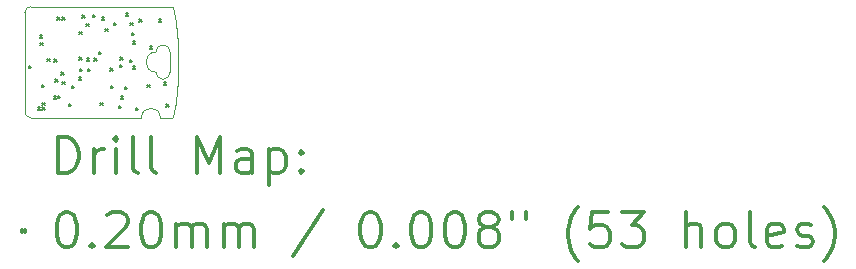
<source format=gbr>
%FSLAX45Y45*%
G04 Gerber Fmt 4.5, Leading zero omitted, Abs format (unit mm)*
G04 Created by KiCad (PCBNEW (5.0.0)) date 11/20/18 23:47:46*
%MOMM*%
%LPD*%
G01*
G04 APERTURE LIST*
%ADD10C,0.010000*%
%ADD11C,0.050000*%
%ADD12C,0.200000*%
%ADD13C,0.300000*%
G04 APERTURE END LIST*
D10*
X2932500Y-2265000D02*
G75*
G02X2812500Y-2265000I-60000J0D01*
G01*
X2932500Y-2095000D02*
G75*
G03X2812500Y-2095000I-60000J0D01*
G01*
X2812500Y-2095000D02*
G75*
G03X2812500Y-2265000I0J-85000D01*
G01*
D11*
X2850000Y-2650000D02*
G75*
G03X2690000Y-2650000I-80000J0D01*
G01*
X2850000Y-2650000D02*
X2952500Y-2650000D01*
D10*
X2932500Y-2095000D02*
X2932500Y-2265000D01*
D11*
X1752500Y-1710000D02*
G75*
G03X1702500Y-1760000I0J-50000D01*
G01*
X1702500Y-2600000D02*
G75*
G03X1752500Y-2650000I50000J0D01*
G01*
X1702500Y-1760000D02*
X1702500Y-2600000D01*
X2952500Y-1710000D02*
X1752500Y-1710000D01*
X1752500Y-2650000D02*
X2690000Y-2650000D01*
X3002500Y-2180000D02*
X3002500Y-2167000D01*
X3002500Y-2167000D02*
X3002500Y-2153000D01*
X3002500Y-2153000D02*
X3002500Y-2140000D01*
X3002500Y-2140000D02*
X3002500Y-2126000D01*
X3002500Y-2126000D02*
X3001500Y-2113000D01*
X3001500Y-2113000D02*
X3001500Y-2099000D01*
X3001500Y-2099000D02*
X3001500Y-2086000D01*
X3001500Y-2086000D02*
X3000500Y-2073000D01*
X3000500Y-2073000D02*
X3000500Y-2059000D01*
X3000500Y-2059000D02*
X2999500Y-2046000D01*
X2999500Y-2046000D02*
X2998500Y-2033000D01*
X2998500Y-2033000D02*
X2998500Y-2020000D01*
X2998500Y-2020000D02*
X2997500Y-2007000D01*
X2997500Y-2007000D02*
X2996500Y-1995000D01*
X2996500Y-1995000D02*
X2995500Y-1982000D01*
X2995500Y-1982000D02*
X2994500Y-1970000D01*
X2994500Y-1970000D02*
X2993500Y-1957000D01*
X2993500Y-1957000D02*
X2992500Y-1945000D01*
X2992500Y-1945000D02*
X2991500Y-1933000D01*
X2991500Y-1933000D02*
X2990500Y-1921000D01*
X2990500Y-1921000D02*
X2989500Y-1909000D01*
X2989500Y-1909000D02*
X2988500Y-1897000D01*
X2988500Y-1897000D02*
X2986500Y-1886000D01*
X2986500Y-1886000D02*
X2985500Y-1874000D01*
X2985500Y-1874000D02*
X2984500Y-1863000D01*
X2984500Y-1863000D02*
X2982500Y-1852000D01*
X2982500Y-1852000D02*
X2981500Y-1842000D01*
X2981500Y-1842000D02*
X2979500Y-1831000D01*
X2979500Y-1831000D02*
X2978500Y-1821000D01*
X2978500Y-1821000D02*
X2976500Y-1811000D01*
X2976500Y-1811000D02*
X2974500Y-1801000D01*
X2974500Y-1801000D02*
X2973500Y-1791000D01*
X2973500Y-1791000D02*
X2971500Y-1782000D01*
X2971500Y-1782000D02*
X2969500Y-1772000D01*
X2969500Y-1772000D02*
X2967500Y-1764000D01*
X2967500Y-1764000D02*
X2965500Y-1755000D01*
X2965500Y-1755000D02*
X2964500Y-1746000D01*
X2964500Y-1746000D02*
X2962500Y-1738000D01*
X2962500Y-1738000D02*
X2960500Y-1730000D01*
X2960500Y-1730000D02*
X2958500Y-1723000D01*
X2958500Y-1723000D02*
X2955500Y-1715000D01*
X2955500Y-1715000D02*
X2952500Y-1710000D01*
X2952500Y-2650000D02*
X2955500Y-2645000D01*
X2955500Y-2645000D02*
X2958500Y-2637000D01*
X2958500Y-2637000D02*
X2960500Y-2630000D01*
X2960500Y-2630000D02*
X2962500Y-2622000D01*
X2962500Y-2622000D02*
X2964500Y-2614000D01*
X2964500Y-2614000D02*
X2965500Y-2605000D01*
X2965500Y-2605000D02*
X2967500Y-2596000D01*
X2967500Y-2596000D02*
X2969500Y-2588000D01*
X2969500Y-2588000D02*
X2971500Y-2578000D01*
X2971500Y-2578000D02*
X2973500Y-2569000D01*
X2973500Y-2569000D02*
X2974500Y-2559000D01*
X2974500Y-2559000D02*
X2976500Y-2549000D01*
X2976500Y-2549000D02*
X2978500Y-2539000D01*
X2978500Y-2539000D02*
X2979500Y-2529000D01*
X2979500Y-2529000D02*
X2981500Y-2518000D01*
X2981500Y-2518000D02*
X2982500Y-2508000D01*
X2982500Y-2508000D02*
X2984500Y-2497000D01*
X2984500Y-2497000D02*
X2985500Y-2486000D01*
X2985500Y-2486000D02*
X2986500Y-2474000D01*
X2986500Y-2474000D02*
X2988500Y-2463000D01*
X2988500Y-2463000D02*
X2989500Y-2451000D01*
X2989500Y-2451000D02*
X2990500Y-2439000D01*
X2990500Y-2439000D02*
X2991500Y-2427000D01*
X2991500Y-2427000D02*
X2992500Y-2415000D01*
X2992500Y-2415000D02*
X2993500Y-2403000D01*
X2993500Y-2403000D02*
X2994500Y-2390000D01*
X2994500Y-2390000D02*
X2995500Y-2378000D01*
X2995500Y-2378000D02*
X2996500Y-2365000D01*
X2996500Y-2365000D02*
X2997500Y-2353000D01*
X2997500Y-2353000D02*
X2998500Y-2340000D01*
X2998500Y-2340000D02*
X2998500Y-2327000D01*
X2998500Y-2327000D02*
X2999500Y-2314000D01*
X2999500Y-2314000D02*
X3000500Y-2301000D01*
X3000500Y-2301000D02*
X3000500Y-2287000D01*
X3000500Y-2287000D02*
X3001500Y-2274000D01*
X3001500Y-2274000D02*
X3001500Y-2261000D01*
X3001500Y-2261000D02*
X3001500Y-2247000D01*
X3001500Y-2247000D02*
X3002500Y-2234000D01*
X3002500Y-2234000D02*
X3002500Y-2220000D01*
X3002500Y-2220000D02*
X3002500Y-2207000D01*
X3002500Y-2207000D02*
X3002500Y-2193000D01*
X3002500Y-2193000D02*
X3002500Y-2180000D01*
D12*
X1735000Y-2212500D02*
X1755000Y-2232500D01*
X1755000Y-2212500D02*
X1735000Y-2232500D01*
X1810000Y-2562500D02*
X1830000Y-2582500D01*
X1830000Y-2562500D02*
X1810000Y-2582500D01*
X1830000Y-1952500D02*
X1850000Y-1972500D01*
X1850000Y-1952500D02*
X1830000Y-1972500D01*
X1832500Y-2017500D02*
X1852500Y-2037500D01*
X1852500Y-2017500D02*
X1832500Y-2037500D01*
X1848000Y-2372500D02*
X1868000Y-2392500D01*
X1868000Y-2372500D02*
X1848000Y-2392500D01*
X1850000Y-2522500D02*
X1870000Y-2542500D01*
X1870000Y-2522500D02*
X1850000Y-2542500D01*
X1850000Y-2562500D02*
X1870000Y-2582500D01*
X1870000Y-2562500D02*
X1850000Y-2582500D01*
X1892500Y-2152500D02*
X1912500Y-2172500D01*
X1912500Y-2152500D02*
X1892500Y-2172500D01*
X1946000Y-2469500D02*
X1966000Y-2489500D01*
X1966000Y-2469500D02*
X1946000Y-2489500D01*
X1952500Y-2155000D02*
X1972500Y-2175000D01*
X1972500Y-2155000D02*
X1952500Y-2175000D01*
X1960000Y-2324500D02*
X1980000Y-2344500D01*
X1980000Y-2324500D02*
X1960000Y-2344500D01*
X1977500Y-1800000D02*
X1997500Y-1820000D01*
X1997500Y-1800000D02*
X1977500Y-1820000D01*
X1982000Y-2466500D02*
X2002000Y-2486500D01*
X2002000Y-2466500D02*
X1982000Y-2486500D01*
X2012500Y-2267500D02*
X2032500Y-2287500D01*
X2032500Y-2267500D02*
X2012500Y-2287500D01*
X2020000Y-1800000D02*
X2040000Y-1820000D01*
X2040000Y-1800000D02*
X2020000Y-1820000D01*
X2020000Y-2347500D02*
X2040000Y-2367500D01*
X2040000Y-2347500D02*
X2020000Y-2367500D01*
X2077500Y-2532500D02*
X2097500Y-2552500D01*
X2097500Y-2532500D02*
X2077500Y-2552500D01*
X2100000Y-2380000D02*
X2120000Y-2400000D01*
X2120000Y-2380000D02*
X2100000Y-2400000D01*
X2160000Y-2310000D02*
X2180000Y-2330000D01*
X2180000Y-2310000D02*
X2160000Y-2330000D01*
X2162500Y-2140000D02*
X2182500Y-2160000D01*
X2182500Y-2140000D02*
X2162500Y-2160000D01*
X2165000Y-1922500D02*
X2185000Y-1942500D01*
X2185000Y-1922500D02*
X2165000Y-1942500D01*
X2170000Y-2235000D02*
X2190000Y-2255000D01*
X2190000Y-2235000D02*
X2170000Y-2255000D01*
X2190000Y-1782500D02*
X2210000Y-1802500D01*
X2210000Y-1782500D02*
X2190000Y-1802500D01*
X2224000Y-1858500D02*
X2244000Y-1878500D01*
X2244000Y-1858500D02*
X2224000Y-1878500D01*
X2230000Y-2147500D02*
X2250000Y-2167500D01*
X2250000Y-2147500D02*
X2230000Y-2167500D01*
X2235000Y-2237500D02*
X2255000Y-2257500D01*
X2255000Y-2237500D02*
X2235000Y-2257500D01*
X2278000Y-1779500D02*
X2298000Y-1799500D01*
X2298000Y-1779500D02*
X2278000Y-1799500D01*
X2290000Y-2147500D02*
X2310000Y-2167500D01*
X2310000Y-2147500D02*
X2290000Y-2167500D01*
X2327500Y-2095000D02*
X2347500Y-2115000D01*
X2347500Y-2095000D02*
X2327500Y-2115000D01*
X2342500Y-2527500D02*
X2362500Y-2547500D01*
X2362500Y-2527500D02*
X2342500Y-2547500D01*
X2355000Y-1799500D02*
X2375000Y-1819500D01*
X2375000Y-1799500D02*
X2355000Y-1819500D01*
X2383000Y-1899500D02*
X2403000Y-1919500D01*
X2403000Y-1899500D02*
X2383000Y-1919500D01*
X2425000Y-2232500D02*
X2445000Y-2252500D01*
X2445000Y-2232500D02*
X2425000Y-2252500D01*
X2430000Y-2380000D02*
X2450000Y-2400000D01*
X2450000Y-2380000D02*
X2430000Y-2400000D01*
X2455000Y-1847500D02*
X2475000Y-1867500D01*
X2475000Y-1847500D02*
X2455000Y-1867500D01*
X2497500Y-2552500D02*
X2517500Y-2572500D01*
X2517500Y-2552500D02*
X2497500Y-2572500D01*
X2505000Y-2205000D02*
X2525000Y-2225000D01*
X2525000Y-2205000D02*
X2505000Y-2225000D01*
X2510000Y-2140000D02*
X2530000Y-2160000D01*
X2530000Y-2140000D02*
X2510000Y-2160000D01*
X2517500Y-2470000D02*
X2537500Y-2490000D01*
X2537500Y-2470000D02*
X2517500Y-2490000D01*
X2547500Y-2387500D02*
X2567500Y-2407500D01*
X2567500Y-2387500D02*
X2547500Y-2407500D01*
X2555000Y-1767500D02*
X2575000Y-1787500D01*
X2575000Y-1767500D02*
X2555000Y-1787500D01*
X2592500Y-2160000D02*
X2612500Y-2180000D01*
X2612500Y-2160000D02*
X2592500Y-2180000D01*
X2595000Y-1847500D02*
X2615000Y-1867500D01*
X2615000Y-1847500D02*
X2595000Y-1867500D01*
X2607000Y-1932500D02*
X2627000Y-1952500D01*
X2627000Y-1932500D02*
X2607000Y-1952500D01*
X2616000Y-2005500D02*
X2636000Y-2025500D01*
X2636000Y-2005500D02*
X2616000Y-2025500D01*
X2617500Y-2215000D02*
X2637500Y-2235000D01*
X2637500Y-2215000D02*
X2617500Y-2235000D01*
X2642500Y-2565000D02*
X2662500Y-2585000D01*
X2662500Y-2565000D02*
X2642500Y-2585000D01*
X2672500Y-1817500D02*
X2692500Y-1837500D01*
X2692500Y-1817500D02*
X2672500Y-1837500D01*
X2740000Y-2372500D02*
X2760000Y-2392500D01*
X2760000Y-2372500D02*
X2740000Y-2392500D01*
X2760000Y-2045000D02*
X2780000Y-2065000D01*
X2780000Y-2045000D02*
X2760000Y-2065000D01*
X2835000Y-1817500D02*
X2855000Y-1837500D01*
X2855000Y-1817500D02*
X2835000Y-1837500D01*
X2880000Y-2352500D02*
X2900000Y-2372500D01*
X2900000Y-2352500D02*
X2880000Y-2372500D01*
X2901000Y-2538500D02*
X2921000Y-2558500D01*
X2921000Y-2538500D02*
X2901000Y-2558500D01*
D13*
X1986428Y-3118214D02*
X1986428Y-2818214D01*
X2057857Y-2818214D01*
X2100714Y-2832500D01*
X2129286Y-2861071D01*
X2143571Y-2889643D01*
X2157857Y-2946786D01*
X2157857Y-2989643D01*
X2143571Y-3046786D01*
X2129286Y-3075357D01*
X2100714Y-3103929D01*
X2057857Y-3118214D01*
X1986428Y-3118214D01*
X2286428Y-3118214D02*
X2286428Y-2918214D01*
X2286428Y-2975357D02*
X2300714Y-2946786D01*
X2315000Y-2932500D01*
X2343571Y-2918214D01*
X2372143Y-2918214D01*
X2472143Y-3118214D02*
X2472143Y-2918214D01*
X2472143Y-2818214D02*
X2457857Y-2832500D01*
X2472143Y-2846786D01*
X2486428Y-2832500D01*
X2472143Y-2818214D01*
X2472143Y-2846786D01*
X2657857Y-3118214D02*
X2629286Y-3103929D01*
X2615000Y-3075357D01*
X2615000Y-2818214D01*
X2815000Y-3118214D02*
X2786428Y-3103929D01*
X2772143Y-3075357D01*
X2772143Y-2818214D01*
X3157857Y-3118214D02*
X3157857Y-2818214D01*
X3257857Y-3032500D01*
X3357857Y-2818214D01*
X3357857Y-3118214D01*
X3629286Y-3118214D02*
X3629286Y-2961071D01*
X3615000Y-2932500D01*
X3586428Y-2918214D01*
X3529286Y-2918214D01*
X3500714Y-2932500D01*
X3629286Y-3103929D02*
X3600714Y-3118214D01*
X3529286Y-3118214D01*
X3500714Y-3103929D01*
X3486428Y-3075357D01*
X3486428Y-3046786D01*
X3500714Y-3018214D01*
X3529286Y-3003929D01*
X3600714Y-3003929D01*
X3629286Y-2989643D01*
X3772143Y-2918214D02*
X3772143Y-3218214D01*
X3772143Y-2932500D02*
X3800714Y-2918214D01*
X3857857Y-2918214D01*
X3886428Y-2932500D01*
X3900714Y-2946786D01*
X3915000Y-2975357D01*
X3915000Y-3061071D01*
X3900714Y-3089643D01*
X3886428Y-3103929D01*
X3857857Y-3118214D01*
X3800714Y-3118214D01*
X3772143Y-3103929D01*
X4043571Y-3089643D02*
X4057857Y-3103929D01*
X4043571Y-3118214D01*
X4029286Y-3103929D01*
X4043571Y-3089643D01*
X4043571Y-3118214D01*
X4043571Y-2932500D02*
X4057857Y-2946786D01*
X4043571Y-2961071D01*
X4029286Y-2946786D01*
X4043571Y-2932500D01*
X4043571Y-2961071D01*
X1680000Y-3602500D02*
X1700000Y-3622500D01*
X1700000Y-3602500D02*
X1680000Y-3622500D01*
X2043571Y-3448214D02*
X2072143Y-3448214D01*
X2100714Y-3462500D01*
X2115000Y-3476786D01*
X2129286Y-3505357D01*
X2143571Y-3562500D01*
X2143571Y-3633929D01*
X2129286Y-3691071D01*
X2115000Y-3719643D01*
X2100714Y-3733929D01*
X2072143Y-3748214D01*
X2043571Y-3748214D01*
X2015000Y-3733929D01*
X2000714Y-3719643D01*
X1986428Y-3691071D01*
X1972143Y-3633929D01*
X1972143Y-3562500D01*
X1986428Y-3505357D01*
X2000714Y-3476786D01*
X2015000Y-3462500D01*
X2043571Y-3448214D01*
X2272143Y-3719643D02*
X2286428Y-3733929D01*
X2272143Y-3748214D01*
X2257857Y-3733929D01*
X2272143Y-3719643D01*
X2272143Y-3748214D01*
X2400714Y-3476786D02*
X2415000Y-3462500D01*
X2443571Y-3448214D01*
X2515000Y-3448214D01*
X2543571Y-3462500D01*
X2557857Y-3476786D01*
X2572143Y-3505357D01*
X2572143Y-3533929D01*
X2557857Y-3576786D01*
X2386428Y-3748214D01*
X2572143Y-3748214D01*
X2757857Y-3448214D02*
X2786428Y-3448214D01*
X2815000Y-3462500D01*
X2829286Y-3476786D01*
X2843571Y-3505357D01*
X2857857Y-3562500D01*
X2857857Y-3633929D01*
X2843571Y-3691071D01*
X2829286Y-3719643D01*
X2815000Y-3733929D01*
X2786428Y-3748214D01*
X2757857Y-3748214D01*
X2729286Y-3733929D01*
X2715000Y-3719643D01*
X2700714Y-3691071D01*
X2686428Y-3633929D01*
X2686428Y-3562500D01*
X2700714Y-3505357D01*
X2715000Y-3476786D01*
X2729286Y-3462500D01*
X2757857Y-3448214D01*
X2986428Y-3748214D02*
X2986428Y-3548214D01*
X2986428Y-3576786D02*
X3000714Y-3562500D01*
X3029286Y-3548214D01*
X3072143Y-3548214D01*
X3100714Y-3562500D01*
X3115000Y-3591071D01*
X3115000Y-3748214D01*
X3115000Y-3591071D02*
X3129286Y-3562500D01*
X3157857Y-3548214D01*
X3200714Y-3548214D01*
X3229286Y-3562500D01*
X3243571Y-3591071D01*
X3243571Y-3748214D01*
X3386428Y-3748214D02*
X3386428Y-3548214D01*
X3386428Y-3576786D02*
X3400714Y-3562500D01*
X3429286Y-3548214D01*
X3472143Y-3548214D01*
X3500714Y-3562500D01*
X3515000Y-3591071D01*
X3515000Y-3748214D01*
X3515000Y-3591071D02*
X3529286Y-3562500D01*
X3557857Y-3548214D01*
X3600714Y-3548214D01*
X3629286Y-3562500D01*
X3643571Y-3591071D01*
X3643571Y-3748214D01*
X4229286Y-3433929D02*
X3972143Y-3819643D01*
X4615000Y-3448214D02*
X4643571Y-3448214D01*
X4672143Y-3462500D01*
X4686428Y-3476786D01*
X4700714Y-3505357D01*
X4715000Y-3562500D01*
X4715000Y-3633929D01*
X4700714Y-3691071D01*
X4686428Y-3719643D01*
X4672143Y-3733929D01*
X4643571Y-3748214D01*
X4615000Y-3748214D01*
X4586428Y-3733929D01*
X4572143Y-3719643D01*
X4557857Y-3691071D01*
X4543571Y-3633929D01*
X4543571Y-3562500D01*
X4557857Y-3505357D01*
X4572143Y-3476786D01*
X4586428Y-3462500D01*
X4615000Y-3448214D01*
X4843571Y-3719643D02*
X4857857Y-3733929D01*
X4843571Y-3748214D01*
X4829286Y-3733929D01*
X4843571Y-3719643D01*
X4843571Y-3748214D01*
X5043571Y-3448214D02*
X5072143Y-3448214D01*
X5100714Y-3462500D01*
X5115000Y-3476786D01*
X5129286Y-3505357D01*
X5143571Y-3562500D01*
X5143571Y-3633929D01*
X5129286Y-3691071D01*
X5115000Y-3719643D01*
X5100714Y-3733929D01*
X5072143Y-3748214D01*
X5043571Y-3748214D01*
X5015000Y-3733929D01*
X5000714Y-3719643D01*
X4986428Y-3691071D01*
X4972143Y-3633929D01*
X4972143Y-3562500D01*
X4986428Y-3505357D01*
X5000714Y-3476786D01*
X5015000Y-3462500D01*
X5043571Y-3448214D01*
X5329286Y-3448214D02*
X5357857Y-3448214D01*
X5386428Y-3462500D01*
X5400714Y-3476786D01*
X5415000Y-3505357D01*
X5429286Y-3562500D01*
X5429286Y-3633929D01*
X5415000Y-3691071D01*
X5400714Y-3719643D01*
X5386428Y-3733929D01*
X5357857Y-3748214D01*
X5329286Y-3748214D01*
X5300714Y-3733929D01*
X5286428Y-3719643D01*
X5272143Y-3691071D01*
X5257857Y-3633929D01*
X5257857Y-3562500D01*
X5272143Y-3505357D01*
X5286428Y-3476786D01*
X5300714Y-3462500D01*
X5329286Y-3448214D01*
X5600714Y-3576786D02*
X5572143Y-3562500D01*
X5557857Y-3548214D01*
X5543571Y-3519643D01*
X5543571Y-3505357D01*
X5557857Y-3476786D01*
X5572143Y-3462500D01*
X5600714Y-3448214D01*
X5657857Y-3448214D01*
X5686428Y-3462500D01*
X5700714Y-3476786D01*
X5715000Y-3505357D01*
X5715000Y-3519643D01*
X5700714Y-3548214D01*
X5686428Y-3562500D01*
X5657857Y-3576786D01*
X5600714Y-3576786D01*
X5572143Y-3591071D01*
X5557857Y-3605357D01*
X5543571Y-3633929D01*
X5543571Y-3691071D01*
X5557857Y-3719643D01*
X5572143Y-3733929D01*
X5600714Y-3748214D01*
X5657857Y-3748214D01*
X5686428Y-3733929D01*
X5700714Y-3719643D01*
X5715000Y-3691071D01*
X5715000Y-3633929D01*
X5700714Y-3605357D01*
X5686428Y-3591071D01*
X5657857Y-3576786D01*
X5829286Y-3448214D02*
X5829286Y-3505357D01*
X5943571Y-3448214D02*
X5943571Y-3505357D01*
X6386428Y-3862500D02*
X6372143Y-3848214D01*
X6343571Y-3805357D01*
X6329286Y-3776786D01*
X6315000Y-3733929D01*
X6300714Y-3662500D01*
X6300714Y-3605357D01*
X6315000Y-3533929D01*
X6329286Y-3491071D01*
X6343571Y-3462500D01*
X6372143Y-3419643D01*
X6386428Y-3405357D01*
X6643571Y-3448214D02*
X6500714Y-3448214D01*
X6486428Y-3591071D01*
X6500714Y-3576786D01*
X6529286Y-3562500D01*
X6600714Y-3562500D01*
X6629286Y-3576786D01*
X6643571Y-3591071D01*
X6657857Y-3619643D01*
X6657857Y-3691071D01*
X6643571Y-3719643D01*
X6629286Y-3733929D01*
X6600714Y-3748214D01*
X6529286Y-3748214D01*
X6500714Y-3733929D01*
X6486428Y-3719643D01*
X6757857Y-3448214D02*
X6943571Y-3448214D01*
X6843571Y-3562500D01*
X6886428Y-3562500D01*
X6915000Y-3576786D01*
X6929286Y-3591071D01*
X6943571Y-3619643D01*
X6943571Y-3691071D01*
X6929286Y-3719643D01*
X6915000Y-3733929D01*
X6886428Y-3748214D01*
X6800714Y-3748214D01*
X6772143Y-3733929D01*
X6757857Y-3719643D01*
X7300714Y-3748214D02*
X7300714Y-3448214D01*
X7429286Y-3748214D02*
X7429286Y-3591071D01*
X7415000Y-3562500D01*
X7386428Y-3548214D01*
X7343571Y-3548214D01*
X7315000Y-3562500D01*
X7300714Y-3576786D01*
X7615000Y-3748214D02*
X7586428Y-3733929D01*
X7572143Y-3719643D01*
X7557857Y-3691071D01*
X7557857Y-3605357D01*
X7572143Y-3576786D01*
X7586428Y-3562500D01*
X7615000Y-3548214D01*
X7657857Y-3548214D01*
X7686428Y-3562500D01*
X7700714Y-3576786D01*
X7715000Y-3605357D01*
X7715000Y-3691071D01*
X7700714Y-3719643D01*
X7686428Y-3733929D01*
X7657857Y-3748214D01*
X7615000Y-3748214D01*
X7886428Y-3748214D02*
X7857857Y-3733929D01*
X7843571Y-3705357D01*
X7843571Y-3448214D01*
X8115000Y-3733929D02*
X8086428Y-3748214D01*
X8029286Y-3748214D01*
X8000714Y-3733929D01*
X7986428Y-3705357D01*
X7986428Y-3591071D01*
X8000714Y-3562500D01*
X8029286Y-3548214D01*
X8086428Y-3548214D01*
X8115000Y-3562500D01*
X8129286Y-3591071D01*
X8129286Y-3619643D01*
X7986428Y-3648214D01*
X8243571Y-3733929D02*
X8272143Y-3748214D01*
X8329286Y-3748214D01*
X8357857Y-3733929D01*
X8372143Y-3705357D01*
X8372143Y-3691071D01*
X8357857Y-3662500D01*
X8329286Y-3648214D01*
X8286428Y-3648214D01*
X8257857Y-3633929D01*
X8243571Y-3605357D01*
X8243571Y-3591071D01*
X8257857Y-3562500D01*
X8286428Y-3548214D01*
X8329286Y-3548214D01*
X8357857Y-3562500D01*
X8472143Y-3862500D02*
X8486428Y-3848214D01*
X8515000Y-3805357D01*
X8529286Y-3776786D01*
X8543571Y-3733929D01*
X8557857Y-3662500D01*
X8557857Y-3605357D01*
X8543571Y-3533929D01*
X8529286Y-3491071D01*
X8515000Y-3462500D01*
X8486428Y-3419643D01*
X8472143Y-3405357D01*
M02*

</source>
